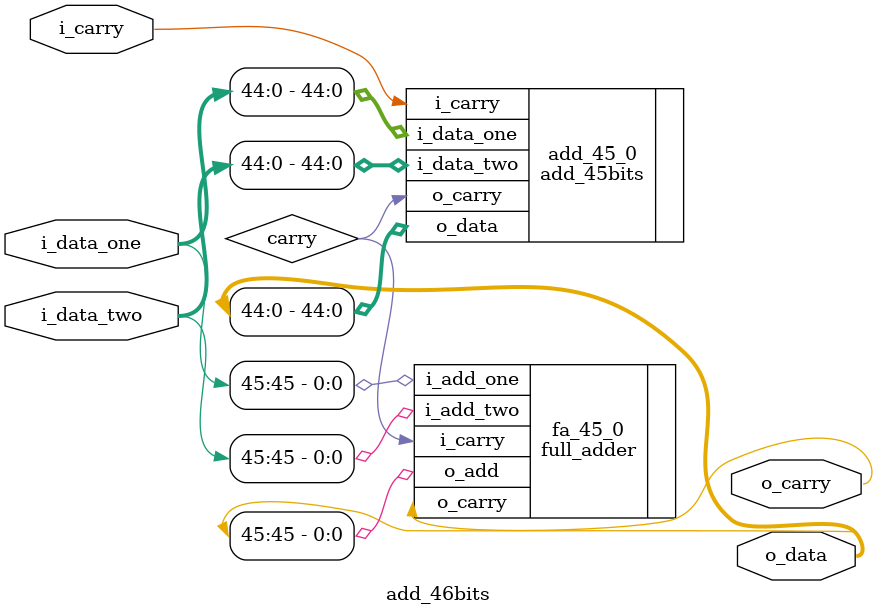
<source format=sv>
module add_46bits(
  input logic  [45:0] i_data_one,
  input logic  [45:0] i_data_two,
  input logic         i_carry,
  
  output logic [45:0] o_data,
  output logic        o_carry
);

  logic carry;

  add_45bits add_45_0(
    .i_data_one (i_data_one[44:0]),
    .i_data_two (i_data_two[44:0]),
    .i_carry    (i_carry),
    .o_data     (o_data[44:0]),
    .o_carry    (carry)
  );
  
  full_adder fa_45_0(
    .i_add_one (i_data_one[45]),
    .i_add_two (i_data_two[45]),
    .i_carry   (carry),
    .o_add     (o_data[45]),
    .o_carry   (o_carry)
  );

endmodule
</source>
